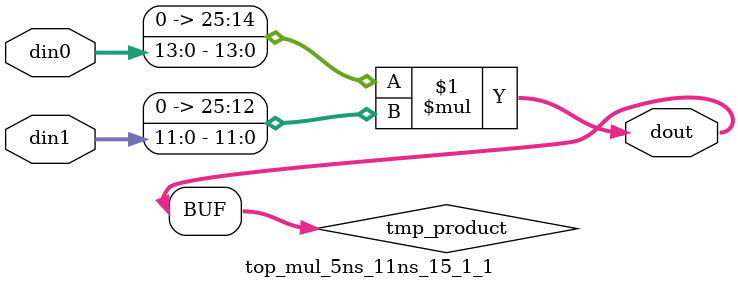
<source format=v>

`timescale 1 ns / 1 ps

  module top_mul_5ns_11ns_15_1_1(din0, din1, dout);
parameter ID = 1;
parameter NUM_STAGE = 0;
parameter din0_WIDTH = 14;
parameter din1_WIDTH = 12;
parameter dout_WIDTH = 26;

input [din0_WIDTH - 1 : 0] din0; 
input [din1_WIDTH - 1 : 0] din1; 
output [dout_WIDTH - 1 : 0] dout;

wire signed [dout_WIDTH - 1 : 0] tmp_product;










assign tmp_product = $signed({1'b0, din0}) * $signed({1'b0, din1});











assign dout = tmp_product;







endmodule

</source>
